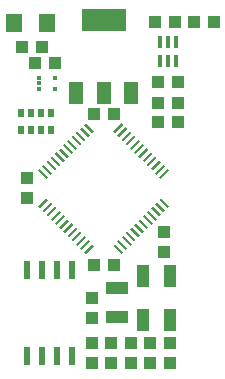
<source format=gbp>
G75*
%MOIN*%
%OFA0B0*%
%FSLAX24Y24*%
%IPPOS*%
%LPD*%
%AMOC8*
5,1,8,0,0,1.08239X$1,22.5*
%
%ADD10R,0.0433X0.0748*%
%ADD11R,0.0394X0.0433*%
%ADD12R,0.0079X0.0394*%
%ADD13R,0.0394X0.0079*%
%ADD14R,0.0433X0.0394*%
%ADD15R,0.0220X0.0590*%
%ADD16R,0.0118X0.0390*%
%ADD17R,0.0748X0.0433*%
%ADD18R,0.0500X0.0750*%
%ADD19R,0.1500X0.0750*%
%ADD20R,0.0236X0.0315*%
%ADD21R,0.0197X0.0315*%
%ADD22R,0.0551X0.0630*%
%ADD23R,0.0177X0.0118*%
D10*
X005487Y003877D03*
X006393Y003877D03*
X006393Y005333D03*
X005487Y005333D03*
D11*
X006190Y006120D03*
X006190Y006790D03*
X006005Y010455D03*
X006005Y011105D03*
X006675Y011105D03*
X006675Y010455D03*
X006575Y013805D03*
X007205Y013805D03*
X007875Y013805D03*
X005905Y013805D03*
X001640Y008590D03*
X001640Y007920D03*
X003790Y003090D03*
X003790Y002420D03*
X004440Y002420D03*
X004440Y003090D03*
X005090Y003090D03*
X005090Y002420D03*
X005740Y002420D03*
X005740Y003090D03*
X006390Y003090D03*
X006390Y002420D03*
D12*
G36*
X004843Y006126D02*
X004788Y006071D01*
X004511Y006348D01*
X004566Y006403D01*
X004843Y006126D01*
G37*
G36*
X004982Y006265D02*
X004927Y006210D01*
X004650Y006487D01*
X004705Y006542D01*
X004982Y006265D01*
G37*
G36*
X005122Y006404D02*
X005067Y006349D01*
X004790Y006626D01*
X004845Y006681D01*
X005122Y006404D01*
G37*
G36*
X005261Y006543D02*
X005206Y006488D01*
X004929Y006765D01*
X004984Y006820D01*
X005261Y006543D01*
G37*
G36*
X005400Y006682D02*
X005345Y006627D01*
X005068Y006904D01*
X005123Y006959D01*
X005400Y006682D01*
G37*
G36*
X005539Y006822D02*
X005484Y006767D01*
X005207Y007044D01*
X005262Y007099D01*
X005539Y006822D01*
G37*
G36*
X005678Y006961D02*
X005623Y006906D01*
X005346Y007183D01*
X005401Y007238D01*
X005678Y006961D01*
G37*
G36*
X005818Y007100D02*
X005763Y007045D01*
X005486Y007322D01*
X005541Y007377D01*
X005818Y007100D01*
G37*
G36*
X005957Y007239D02*
X005902Y007184D01*
X005625Y007461D01*
X005680Y007516D01*
X005957Y007239D01*
G37*
G36*
X006096Y007378D02*
X006041Y007323D01*
X005764Y007600D01*
X005819Y007655D01*
X006096Y007378D01*
G37*
G36*
X006235Y007518D02*
X006180Y007463D01*
X005903Y007740D01*
X005958Y007795D01*
X006235Y007518D01*
G37*
G36*
X006374Y007657D02*
X006319Y007602D01*
X006042Y007879D01*
X006097Y007934D01*
X006374Y007657D01*
G37*
G36*
X003869Y010162D02*
X003814Y010107D01*
X003537Y010384D01*
X003592Y010439D01*
X003869Y010162D01*
G37*
G36*
X003730Y010023D02*
X003675Y009968D01*
X003398Y010245D01*
X003453Y010300D01*
X003730Y010023D01*
G37*
G36*
X003590Y009884D02*
X003535Y009829D01*
X003258Y010106D01*
X003313Y010161D01*
X003590Y009884D01*
G37*
G36*
X003451Y009745D02*
X003396Y009690D01*
X003119Y009967D01*
X003174Y010022D01*
X003451Y009745D01*
G37*
G36*
X003312Y009606D02*
X003257Y009551D01*
X002980Y009828D01*
X003035Y009883D01*
X003312Y009606D01*
G37*
G36*
X003173Y009466D02*
X003118Y009411D01*
X002841Y009688D01*
X002896Y009743D01*
X003173Y009466D01*
G37*
G36*
X003034Y009327D02*
X002979Y009272D01*
X002702Y009549D01*
X002757Y009604D01*
X003034Y009327D01*
G37*
G36*
X002894Y009188D02*
X002839Y009133D01*
X002562Y009410D01*
X002617Y009465D01*
X002894Y009188D01*
G37*
G36*
X002755Y009049D02*
X002700Y008994D01*
X002423Y009271D01*
X002478Y009326D01*
X002755Y009049D01*
G37*
G36*
X002616Y008910D02*
X002561Y008855D01*
X002284Y009132D01*
X002339Y009187D01*
X002616Y008910D01*
G37*
G36*
X002477Y008770D02*
X002422Y008715D01*
X002145Y008992D01*
X002200Y009047D01*
X002477Y008770D01*
G37*
G36*
X002338Y008631D02*
X002283Y008576D01*
X002006Y008853D01*
X002061Y008908D01*
X002338Y008631D01*
G37*
D13*
G36*
X002338Y007879D02*
X002061Y007602D01*
X002006Y007657D01*
X002283Y007934D01*
X002338Y007879D01*
G37*
G36*
X002477Y007740D02*
X002200Y007463D01*
X002145Y007518D01*
X002422Y007795D01*
X002477Y007740D01*
G37*
G36*
X002616Y007600D02*
X002339Y007323D01*
X002284Y007378D01*
X002561Y007655D01*
X002616Y007600D01*
G37*
G36*
X002755Y007461D02*
X002478Y007184D01*
X002423Y007239D01*
X002700Y007516D01*
X002755Y007461D01*
G37*
G36*
X002894Y007322D02*
X002617Y007045D01*
X002562Y007100D01*
X002839Y007377D01*
X002894Y007322D01*
G37*
G36*
X003034Y007183D02*
X002757Y006906D01*
X002702Y006961D01*
X002979Y007238D01*
X003034Y007183D01*
G37*
G36*
X003173Y007044D02*
X002896Y006767D01*
X002841Y006822D01*
X003118Y007099D01*
X003173Y007044D01*
G37*
G36*
X003312Y006904D02*
X003035Y006627D01*
X002980Y006682D01*
X003257Y006959D01*
X003312Y006904D01*
G37*
G36*
X003451Y006765D02*
X003174Y006488D01*
X003119Y006543D01*
X003396Y006820D01*
X003451Y006765D01*
G37*
G36*
X003590Y006626D02*
X003313Y006349D01*
X003258Y006404D01*
X003535Y006681D01*
X003590Y006626D01*
G37*
G36*
X003730Y006487D02*
X003453Y006210D01*
X003398Y006265D01*
X003675Y006542D01*
X003730Y006487D01*
G37*
G36*
X003869Y006348D02*
X003592Y006071D01*
X003537Y006126D01*
X003814Y006403D01*
X003869Y006348D01*
G37*
G36*
X005818Y009410D02*
X005541Y009133D01*
X005486Y009188D01*
X005763Y009465D01*
X005818Y009410D01*
G37*
G36*
X005957Y009271D02*
X005680Y008994D01*
X005625Y009049D01*
X005902Y009326D01*
X005957Y009271D01*
G37*
G36*
X006096Y009132D02*
X005819Y008855D01*
X005764Y008910D01*
X006041Y009187D01*
X006096Y009132D01*
G37*
G36*
X006235Y008992D02*
X005958Y008715D01*
X005903Y008770D01*
X006180Y009047D01*
X006235Y008992D01*
G37*
G36*
X006374Y008853D02*
X006097Y008576D01*
X006042Y008631D01*
X006319Y008908D01*
X006374Y008853D01*
G37*
G36*
X005678Y009549D02*
X005401Y009272D01*
X005346Y009327D01*
X005623Y009604D01*
X005678Y009549D01*
G37*
G36*
X005539Y009688D02*
X005262Y009411D01*
X005207Y009466D01*
X005484Y009743D01*
X005539Y009688D01*
G37*
G36*
X005400Y009828D02*
X005123Y009551D01*
X005068Y009606D01*
X005345Y009883D01*
X005400Y009828D01*
G37*
G36*
X005261Y009967D02*
X004984Y009690D01*
X004929Y009745D01*
X005206Y010022D01*
X005261Y009967D01*
G37*
G36*
X005122Y010106D02*
X004845Y009829D01*
X004790Y009884D01*
X005067Y010161D01*
X005122Y010106D01*
G37*
G36*
X004982Y010245D02*
X004705Y009968D01*
X004650Y010023D01*
X004927Y010300D01*
X004982Y010245D01*
G37*
G36*
X004843Y010384D02*
X004566Y010107D01*
X004511Y010162D01*
X004788Y010439D01*
X004843Y010384D01*
G37*
D14*
X004525Y010735D03*
X003855Y010735D03*
X002575Y012425D03*
X002125Y012955D03*
X001905Y012425D03*
X001455Y012955D03*
X003855Y005705D03*
X004525Y005705D03*
X003790Y004590D03*
X003790Y003920D03*
X006005Y011805D03*
X006675Y011805D03*
D15*
X001640Y002665D03*
X002140Y002665D03*
X002640Y002665D03*
X003140Y002665D03*
X003140Y005545D03*
X002640Y005545D03*
X002140Y005545D03*
X001640Y005545D03*
D16*
X006084Y012490D03*
X006340Y012490D03*
X006596Y012490D03*
X006596Y013124D03*
X006340Y013124D03*
X006084Y013124D03*
D17*
X004640Y004947D03*
X004640Y003963D03*
D18*
X004190Y011435D03*
X005100Y011435D03*
X003280Y011435D03*
D19*
X004190Y013875D03*
D20*
X002442Y010780D03*
X002442Y010190D03*
X001438Y010190D03*
X001438Y010780D03*
D21*
X001783Y010780D03*
X002097Y010780D03*
X002097Y010190D03*
X001783Y010190D03*
D22*
X002291Y013755D03*
X001189Y013755D03*
D23*
X002020Y011952D03*
X002020Y011755D03*
X002020Y011558D03*
X002551Y011558D03*
X002551Y011952D03*
M02*

</source>
